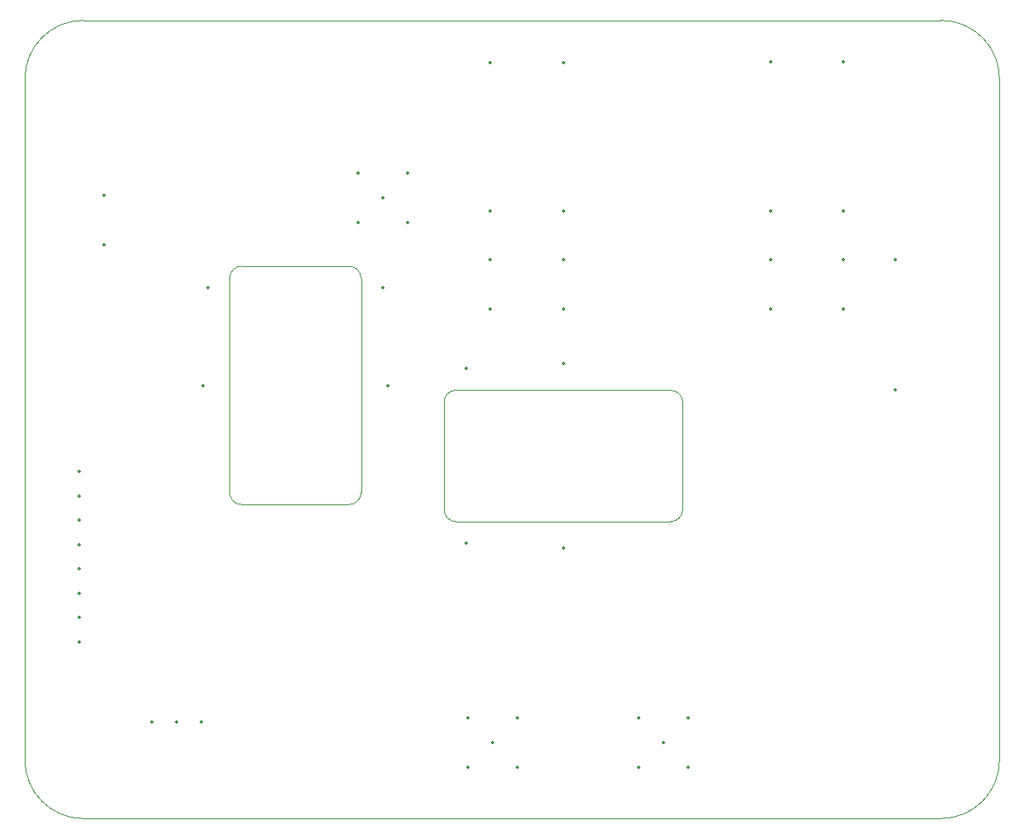
<source format=gko>
%TF.GenerationSoftware,KiCad,Pcbnew,8.0.5*%
%TF.CreationDate,2024-09-26T13:51:18+09:30*%
%TF.ProjectId,TXRX_relay_board,54585258-5f72-4656-9c61-795f626f6172,1.2*%
%TF.SameCoordinates,Original*%
%TF.FileFunction,Profile,NP*%
%FSLAX46Y46*%
G04 Gerber Fmt 4.6, Leading zero omitted, Abs format (unit mm)*
G04 Created by KiCad (PCBNEW 8.0.5) date 2024-09-26 13:51:18*
%MOMM*%
%LPD*%
G01*
G04 APERTURE LIST*
%TA.AperFunction,Profile*%
%ADD10C,0.100000*%
%TD*%
%TA.AperFunction,Profile*%
%ADD11C,0.120000*%
%TD*%
%ADD12C,0.350000*%
G04 APERTURE END LIST*
D10*
X165000000Y-134000000D02*
G75*
G02*
X159000000Y-140000000I-6000000J0D01*
G01*
X65000000Y-64000000D02*
X65000000Y-134000000D01*
X65000000Y-64000000D02*
G75*
G02*
X71000000Y-58000000I6000000J0D01*
G01*
X159000000Y-58000000D02*
X71000000Y-58000000D01*
X159000000Y-58000000D02*
G75*
G02*
X165000000Y-64000000I0J-6000000D01*
G01*
X165000000Y-134000000D02*
X165000000Y-64000000D01*
X71000000Y-140000000D02*
X159000000Y-140000000D01*
X71000000Y-140000000D02*
G75*
G02*
X65000000Y-134000000I0J6000000D01*
G01*
D11*
%TO.C,L2*%
X108000000Y-108250000D02*
X108000000Y-97250000D01*
X109250000Y-96000000D02*
X131250000Y-96000000D01*
X131250000Y-109500000D02*
X109250000Y-109500000D01*
X132500000Y-97250000D02*
X132500000Y-108250000D01*
X108000000Y-97250000D02*
G75*
G02*
X109250000Y-96000000I1250002J-2D01*
G01*
X109250000Y-109500000D02*
G75*
G02*
X108000000Y-108250000I2J1250002D01*
G01*
X131250000Y-96000000D02*
G75*
G02*
X132500000Y-97250000I0J-1250000D01*
G01*
X132500000Y-108250000D02*
G75*
G02*
X131250000Y-109500000I-1250000J0D01*
G01*
%TO.C,L1*%
X86000000Y-106500000D02*
X86000000Y-84500000D01*
X87250000Y-83250000D02*
X98250000Y-83250000D01*
X98250000Y-107750000D02*
X87250000Y-107750000D01*
X99500000Y-84500000D02*
X99500000Y-106500000D01*
X86000000Y-84500000D02*
G75*
G02*
X87250000Y-83250000I1250002J-2D01*
G01*
X87250000Y-107750000D02*
G75*
G02*
X86000000Y-106500000I0J1250000D01*
G01*
X98250000Y-83250000D02*
G75*
G02*
X99500000Y-84500000I-2J-1250002D01*
G01*
X99500000Y-106500000D02*
G75*
G02*
X98250000Y-107750000I-1250000J0D01*
G01*
%TD*%
D12*
X120250000Y-82622800D03*
X112750000Y-82622800D03*
X120250000Y-77582800D03*
X112750000Y-77582800D03*
X120250000Y-87662800D03*
X112750000Y-87662800D03*
X120250000Y-62322800D03*
X112750000Y-62322800D03*
X149000000Y-82590000D03*
X141500000Y-82590000D03*
X149000000Y-77550000D03*
X141500000Y-77550000D03*
X149000000Y-87630000D03*
X141500000Y-87630000D03*
X141500000Y-62290000D03*
X149000000Y-62290000D03*
X73152000Y-81026000D03*
X73152000Y-75946000D03*
X130490808Y-132232500D03*
X133030808Y-129692500D03*
X127950808Y-129692500D03*
X133030808Y-134772500D03*
X127950808Y-134772500D03*
X154300000Y-96000000D03*
X70600000Y-121850000D03*
X70600000Y-119350000D03*
X70600000Y-116850000D03*
X70600000Y-114350000D03*
X70600000Y-111850000D03*
X70600000Y-109350000D03*
X70600000Y-106850000D03*
X70600000Y-104350000D03*
X101727000Y-76200000D03*
X99187000Y-73660000D03*
X99187000Y-78740000D03*
X104267000Y-73660000D03*
X104267000Y-78740000D03*
X83075000Y-130096000D03*
X80535000Y-130096000D03*
X77995000Y-130096000D03*
X112969808Y-132232500D03*
X110429808Y-129692500D03*
X110429808Y-134772500D03*
X115509808Y-129692500D03*
X115509808Y-134772500D03*
X154300000Y-82550000D03*
X120250000Y-93250000D03*
X120250000Y-112250000D03*
X110250000Y-111750000D03*
X110250000Y-93750000D03*
X102250000Y-95500000D03*
X83250000Y-95500000D03*
X83750000Y-85500000D03*
X101750000Y-85500000D03*
M02*

</source>
